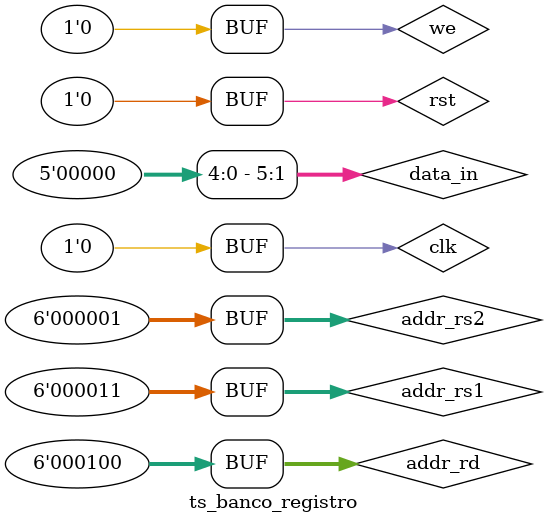
<source format=sv>
`timescale 1ns / 1ps

module ts_banco_registro();

parameter N = 6;
parameter W = 6;

logic [W-1:0] data_in;
logic [N-1:0] addr_rd;
logic [N-1:0] addr_rs1;
logic [N-1:0] addr_rs2;
logic         we;
logic         clk;
logic         rst;
logic [W-1:0] rs1;
logic [W-1:0] rs2;

banco_registro br1(
             .clk(clk),  
             .rst(rst),
             .we(we),
             .data_in(data_in),
             .addr_rd(addr_rd),
             .addr_rs1(addr_rs1),
             .addr_rs2(addr_rs2),
             .rs1(rs1),
             .rs2(rs2)
);

always begin
clk = 1; #50;
clk = 0; #50;
end

initial begin
addr_rd = 1;
rst = 0;
data_in = $random;
addr_rs1 = 1;
addr_rs2 = 1;
we = 1; #100;
we = 0;
#100;

addr_rd = addr_rd + 1;
data_in = $random;
addr_rs1 = 2;
addr_rs2 = 2;
we = 1; #100;
we = 0;
#100;

addr_rd = addr_rd + 1;
data_in = $random;
addr_rs1 = 3;
addr_rs2 = 3;
we = 1; #100;
we = 0;
#100;

addr_rd = addr_rd + 1;
data_in = $random;
addr_rs1 = 4;
addr_rs2 = 4;
we = 1; #100;
we = 0;
#100;

addr_rs1 = 0;
addr_rs2 = 0;
#50;

addr_rs1 = 1;
addr_rs2 = 2;
#50

addr_rs1 = 4;
addr_rs2 = 3;
#50;

addr_rs1 = 3;
addr_rs2 = 1;
#50;
end

endmodule
</source>
